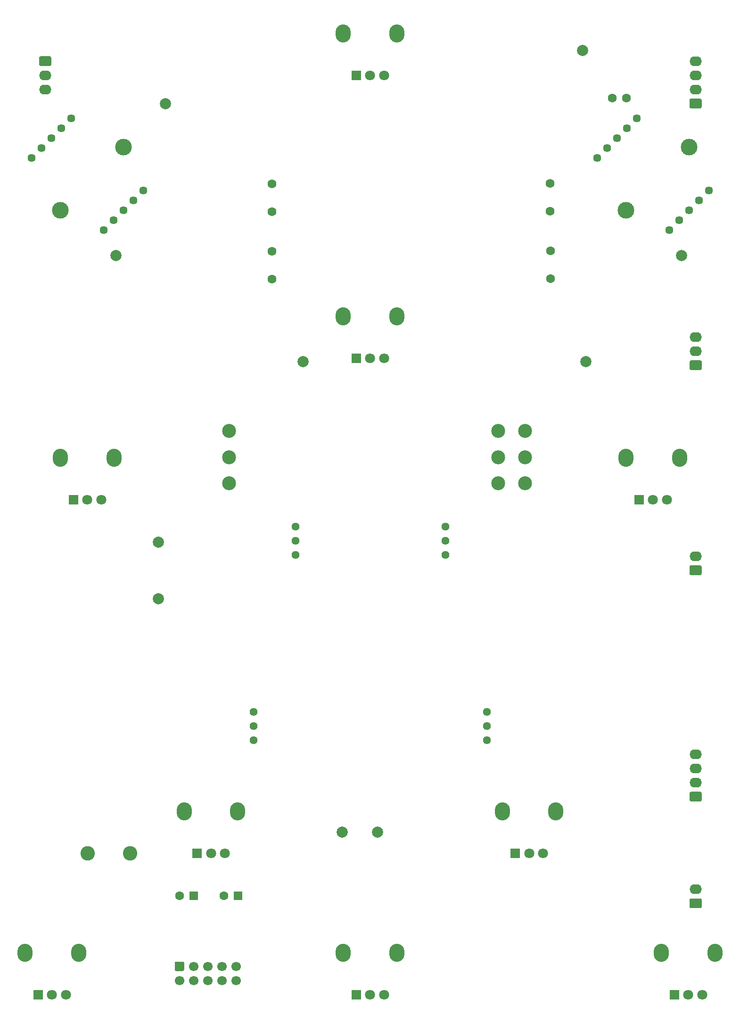
<source format=gts>
G04 #@! TF.GenerationSoftware,KiCad,Pcbnew,6.0.5+dfsg-1~bpo11+1*
G04 #@! TF.CreationDate,2022-08-14T17:08:05+00:00*
G04 #@! TF.ProjectId,VCF_VCA_board,5643465f-5643-4415-9f62-6f6172642e6b,0*
G04 #@! TF.SameCoordinates,Original*
G04 #@! TF.FileFunction,Soldermask,Top*
G04 #@! TF.FilePolarity,Negative*
%FSLAX46Y46*%
G04 Gerber Fmt 4.6, Leading zero omitted, Abs format (unit mm)*
G04 Created by KiCad (PCBNEW 6.0.5+dfsg-1~bpo11+1) date 2022-08-14 17:08:05*
%MOMM*%
%LPD*%
G01*
G04 APERTURE LIST*
%ADD10O,2.720000X3.240000*%
%ADD11R,1.800000X1.800000*%
%ADD12C,1.800000*%
%ADD13C,2.500000*%
%ADD14C,3.000000*%
%ADD15C,1.451600*%
%ADD16C,1.440000*%
%ADD17O,2.190000X1.740000*%
%ADD18C,2.600000*%
%ADD19C,1.600000*%
%ADD20C,2.000000*%
%ADD21R,1.600000X1.600000*%
%ADD22C,1.700000*%
G04 APERTURE END LIST*
D10*
X110805000Y-100450000D03*
X101205000Y-100450000D03*
D11*
X103505000Y-107950000D03*
D12*
X106005000Y-107950000D03*
X108505000Y-107950000D03*
D10*
X101205000Y-49650000D03*
X110805000Y-49650000D03*
D11*
X103505000Y-57150000D03*
D12*
X106005000Y-57150000D03*
X108505000Y-57150000D03*
D13*
X129030000Y-130430000D03*
X129030000Y-125730000D03*
X129030000Y-121030000D03*
X133860000Y-130430000D03*
X133860000Y-125730000D03*
X133860000Y-121030000D03*
D10*
X50405000Y-125850000D03*
X60005000Y-125850000D03*
D11*
X52705000Y-133350000D03*
D12*
X55205000Y-133350000D03*
X57705000Y-133350000D03*
D10*
X110805000Y-214750000D03*
X101205000Y-214750000D03*
D11*
X103505000Y-222250000D03*
D12*
X106005000Y-222250000D03*
X108505000Y-222250000D03*
D10*
X161605000Y-125850000D03*
X152005000Y-125850000D03*
D11*
X154305000Y-133350000D03*
D12*
X156805000Y-133350000D03*
X159305000Y-133350000D03*
D10*
X82230000Y-189350000D03*
X72630000Y-189350000D03*
D11*
X74930000Y-196850000D03*
D12*
X77430000Y-196850000D03*
X79930000Y-196850000D03*
D10*
X158355000Y-214750000D03*
X167955000Y-214750000D03*
D11*
X160655000Y-222250000D03*
D12*
X163155000Y-222250000D03*
X165655000Y-222250000D03*
D13*
X80645000Y-130430000D03*
X80645000Y-125730000D03*
X80645000Y-121030000D03*
D14*
X61679672Y-70050963D03*
X50365963Y-81364672D03*
D15*
X45239439Y-71995507D03*
X47007206Y-70227740D03*
X48774973Y-68459973D03*
X50542740Y-66692206D03*
X52310507Y-64924439D03*
X65250561Y-77864493D03*
X63482794Y-79632260D03*
X61715027Y-81400027D03*
X59947260Y-83167794D03*
X58179493Y-84935561D03*
D10*
X44055000Y-214750000D03*
X53655000Y-214750000D03*
D11*
X46355000Y-222250000D03*
D12*
X48855000Y-222250000D03*
X51355000Y-222250000D03*
D10*
X129780000Y-189350000D03*
X139380000Y-189350000D03*
D11*
X132080000Y-196850000D03*
D12*
X134580000Y-196850000D03*
X137080000Y-196850000D03*
D14*
X163279672Y-70050963D03*
X151965963Y-81364672D03*
D15*
X146839439Y-71995507D03*
X148607206Y-70227740D03*
X150374973Y-68459973D03*
X152142740Y-66692206D03*
X153910507Y-64924439D03*
X166850561Y-77864493D03*
X165082794Y-79632260D03*
X163315027Y-81400027D03*
X161547260Y-83167794D03*
X159779493Y-84935561D03*
D16*
X127000000Y-171440000D03*
X127000000Y-173980000D03*
X127000000Y-176520000D03*
G36*
G01*
X165330000Y-206720000D02*
X163640000Y-206720000D01*
G75*
G02*
X163390000Y-206470000I0J250000D01*
G01*
X163390000Y-205230000D01*
G75*
G02*
X163640000Y-204980000I250000J0D01*
G01*
X165330000Y-204980000D01*
G75*
G02*
X165580000Y-205230000I0J-250000D01*
G01*
X165580000Y-206470000D01*
G75*
G02*
X165330000Y-206720000I-250000J0D01*
G01*
G37*
D17*
X164485000Y-203310000D03*
D18*
X62865000Y-196850000D03*
X55245000Y-196850000D03*
D16*
X119507000Y-138176000D03*
X119507000Y-140716000D03*
X119507000Y-143256000D03*
D19*
X138303000Y-81581000D03*
X138303000Y-76581000D03*
D20*
X144145000Y-52705000D03*
D21*
X74295000Y-204470000D03*
D19*
X71795000Y-204470000D03*
D20*
X144780000Y-108585000D03*
G36*
G01*
X165350000Y-110090000D02*
X163660000Y-110090000D01*
G75*
G02*
X163410000Y-109840000I0J250000D01*
G01*
X163410000Y-108600000D01*
G75*
G02*
X163660000Y-108350000I250000J0D01*
G01*
X165350000Y-108350000D01*
G75*
G02*
X165600000Y-108600000I0J-250000D01*
G01*
X165600000Y-109840000D01*
G75*
G02*
X165350000Y-110090000I-250000J0D01*
G01*
G37*
D17*
X164505000Y-106680000D03*
X164505000Y-104140000D03*
D20*
X67945000Y-151130000D03*
X161925000Y-89535000D03*
D19*
X138430000Y-93646000D03*
X138430000Y-88646000D03*
G36*
G01*
X165330000Y-187560000D02*
X163640000Y-187560000D01*
G75*
G02*
X163390000Y-187310000I0J250000D01*
G01*
X163390000Y-186070000D01*
G75*
G02*
X163640000Y-185820000I250000J0D01*
G01*
X165330000Y-185820000D01*
G75*
G02*
X165580000Y-186070000I0J-250000D01*
G01*
X165580000Y-187310000D01*
G75*
G02*
X165330000Y-187560000I-250000J0D01*
G01*
G37*
D17*
X164485000Y-184150000D03*
X164485000Y-181610000D03*
X164485000Y-179070000D03*
D21*
X82275000Y-204470000D03*
D19*
X79775000Y-204470000D03*
D20*
X60325000Y-89535000D03*
X107315000Y-193040000D03*
D16*
X85090000Y-171450000D03*
X85090000Y-173990000D03*
X85090000Y-176530000D03*
D19*
X88392000Y-81621000D03*
X88392000Y-76621000D03*
G36*
G01*
X46800000Y-53740000D02*
X48490000Y-53740000D01*
G75*
G02*
X48740000Y-53990000I0J-250000D01*
G01*
X48740000Y-55230000D01*
G75*
G02*
X48490000Y-55480000I-250000J0D01*
G01*
X46800000Y-55480000D01*
G75*
G02*
X46550000Y-55230000I0J250000D01*
G01*
X46550000Y-53990000D01*
G75*
G02*
X46800000Y-53740000I250000J0D01*
G01*
G37*
D17*
X47645000Y-57150000D03*
X47645000Y-59690000D03*
G36*
G01*
X165310000Y-146920000D02*
X163620000Y-146920000D01*
G75*
G02*
X163370000Y-146670000I0J250000D01*
G01*
X163370000Y-145430000D01*
G75*
G02*
X163620000Y-145180000I250000J0D01*
G01*
X165310000Y-145180000D01*
G75*
G02*
X165560000Y-145430000I0J-250000D01*
G01*
X165560000Y-146670000D01*
G75*
G02*
X165310000Y-146920000I-250000J0D01*
G01*
G37*
X164465000Y-143510000D03*
D20*
X67945000Y-140970000D03*
D16*
X92583000Y-138166000D03*
X92583000Y-140706000D03*
X92583000Y-143246000D03*
D20*
X93980000Y-108585000D03*
X69215000Y-62230000D03*
D19*
X149549800Y-61264800D03*
X152049800Y-61264800D03*
G36*
G01*
X71155000Y-216320000D02*
X72355000Y-216320000D01*
G75*
G02*
X72605000Y-216570000I0J-250000D01*
G01*
X72605000Y-217770000D01*
G75*
G02*
X72355000Y-218020000I-250000J0D01*
G01*
X71155000Y-218020000D01*
G75*
G02*
X70905000Y-217770000I0J250000D01*
G01*
X70905000Y-216570000D01*
G75*
G02*
X71155000Y-216320000I250000J0D01*
G01*
G37*
D22*
X71755000Y-219710000D03*
X74295000Y-217170000D03*
X74295000Y-219710000D03*
X76835000Y-217170000D03*
X76835000Y-219710000D03*
X79375000Y-217170000D03*
X79375000Y-219710000D03*
X81915000Y-217170000D03*
X81915000Y-219710000D03*
G36*
G01*
X165310000Y-63100000D02*
X163620000Y-63100000D01*
G75*
G02*
X163370000Y-62850000I0J250000D01*
G01*
X163370000Y-61610000D01*
G75*
G02*
X163620000Y-61360000I250000J0D01*
G01*
X165310000Y-61360000D01*
G75*
G02*
X165560000Y-61610000I0J-250000D01*
G01*
X165560000Y-62850000D01*
G75*
G02*
X165310000Y-63100000I-250000J0D01*
G01*
G37*
D17*
X164465000Y-59690000D03*
X164465000Y-57150000D03*
X164465000Y-54610000D03*
D20*
X100965000Y-193040000D03*
D19*
X88392000Y-93773000D03*
X88392000Y-88773000D03*
M02*

</source>
